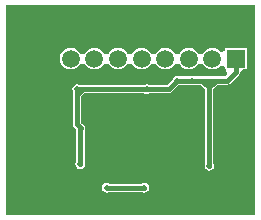
<source format=gbl>
G04*
G04 #@! TF.GenerationSoftware,Altium Limited,Altium Designer,20.0.13 (296)*
G04*
G04 Layer_Physical_Order=2*
G04 Layer_Color=16711680*
%FSLAX25Y25*%
%MOIN*%
G70*
G01*
G75*
%ADD14C,0.00800*%
%ADD25C,0.01500*%
%ADD26C,0.05906*%
%ADD27R,0.05906X0.05906*%
%ADD28C,0.01968*%
G36*
X487000Y226000D02*
X404000D01*
Y296000D01*
X487000D01*
Y226000D01*
D02*
G37*
%LPC*%
G36*
X472748Y281583D02*
X471821Y281461D01*
X470956Y281103D01*
X470214Y280534D01*
X469645Y279792D01*
X469623Y279739D01*
X467999D01*
X467977Y279792D01*
X467408Y280534D01*
X466666Y281103D01*
X465801Y281461D01*
X464874Y281583D01*
X463947Y281461D01*
X463082Y281103D01*
X462340Y280534D01*
X461771Y279792D01*
X461749Y279739D01*
X460125D01*
X460103Y279792D01*
X459534Y280534D01*
X458792Y281103D01*
X457928Y281461D01*
X457000Y281583D01*
X456073Y281461D01*
X455208Y281103D01*
X454466Y280534D01*
X453897Y279792D01*
X453875Y279739D01*
X452251D01*
X452229Y279792D01*
X451660Y280534D01*
X450918Y281103D01*
X450053Y281461D01*
X449126Y281583D01*
X448199Y281461D01*
X447334Y281103D01*
X446592Y280534D01*
X446023Y279792D01*
X446001Y279739D01*
X444377D01*
X444355Y279792D01*
X443786Y280534D01*
X443044Y281103D01*
X442179Y281461D01*
X441252Y281583D01*
X440324Y281461D01*
X439460Y281103D01*
X438718Y280534D01*
X438149Y279792D01*
X438127Y279739D01*
X436503D01*
X436481Y279792D01*
X435912Y280534D01*
X435170Y281103D01*
X434305Y281461D01*
X433378Y281583D01*
X432450Y281461D01*
X431586Y281103D01*
X430844Y280534D01*
X430275Y279792D01*
X430253Y279739D01*
X428629D01*
X428607Y279792D01*
X428038Y280534D01*
X427296Y281103D01*
X426431Y281461D01*
X425504Y281583D01*
X424577Y281461D01*
X423712Y281103D01*
X422970Y280534D01*
X422401Y279792D01*
X422043Y278927D01*
X421920Y278000D01*
X422043Y277073D01*
X422401Y276208D01*
X422970Y275466D01*
X423712Y274897D01*
X424577Y274539D01*
X425504Y274417D01*
X426431Y274539D01*
X427296Y274897D01*
X428038Y275466D01*
X428607Y276208D01*
X428629Y276261D01*
X430253D01*
X430275Y276208D01*
X430844Y275466D01*
X431586Y274897D01*
X432450Y274539D01*
X433378Y274417D01*
X434305Y274539D01*
X435170Y274897D01*
X435912Y275466D01*
X436481Y276208D01*
X436503Y276261D01*
X438127D01*
X438149Y276208D01*
X438718Y275466D01*
X439460Y274897D01*
X440324Y274539D01*
X441252Y274417D01*
X442179Y274539D01*
X443044Y274897D01*
X443786Y275466D01*
X444355Y276208D01*
X444377Y276261D01*
X446001D01*
X446023Y276208D01*
X446592Y275466D01*
X447334Y274897D01*
X448199Y274539D01*
X449126Y274417D01*
X450053Y274539D01*
X450918Y274897D01*
X451660Y275466D01*
X452229Y276208D01*
X452251Y276261D01*
X453875D01*
X453897Y276208D01*
X454466Y275466D01*
X455208Y274897D01*
X456073Y274539D01*
X457000Y274417D01*
X457928Y274539D01*
X458792Y274897D01*
X459534Y275466D01*
X460103Y276208D01*
X460125Y276261D01*
X461749D01*
X461771Y276208D01*
X462340Y275466D01*
X463082Y274897D01*
X463947Y274539D01*
X464874Y274417D01*
X465801Y274539D01*
X466666Y274897D01*
X467408Y275466D01*
X467977Y276208D01*
X467999Y276261D01*
X469623D01*
X469645Y276208D01*
X470214Y275466D01*
X470956Y274897D01*
X471821Y274539D01*
X472748Y274417D01*
X473675Y274539D01*
X474540Y274897D01*
X475282Y275466D01*
X475569Y275841D01*
X477069Y275399D01*
Y274447D01*
X477096D01*
X477694Y273078D01*
X476903Y272085D01*
X474000D01*
X474000Y272085D01*
X474000Y272085D01*
X466792D01*
X466618Y272201D01*
X466000Y272324D01*
X465382Y272201D01*
X465208Y272085D01*
X461792D01*
X461618Y272201D01*
X461000Y272324D01*
X460382Y272201D01*
X459858Y271851D01*
X459508Y271327D01*
X459467Y271122D01*
X457576Y269231D01*
X451646D01*
X451473Y269347D01*
X450854Y269470D01*
X450236Y269347D01*
X450063Y269231D01*
X428437D01*
X428264Y269347D01*
X427646Y269470D01*
X427028Y269347D01*
X426504Y268997D01*
X426153Y268473D01*
X426030Y267854D01*
X426153Y267236D01*
X426269Y267063D01*
Y266000D01*
Y256127D01*
X426374Y255600D01*
X426672Y255153D01*
X427227Y254599D01*
X427299Y254236D01*
X427342Y254172D01*
Y243755D01*
X427153Y243473D01*
X427030Y242854D01*
X427153Y242236D01*
X427503Y241712D01*
X428027Y241362D01*
X428646Y241239D01*
X429264Y241362D01*
X429788Y241712D01*
X430138Y242236D01*
X430261Y242854D01*
X430138Y243473D01*
X430095Y243537D01*
Y253954D01*
X430284Y254236D01*
X430407Y254854D01*
X430284Y255472D01*
X429934Y255996D01*
X429410Y256347D01*
X429363Y256356D01*
X429022Y256697D01*
Y265430D01*
X430070Y266478D01*
X450063D01*
X450236Y266362D01*
X450854Y266239D01*
X451473Y266362D01*
X451646Y266478D01*
X458146D01*
X458672Y266583D01*
X459119Y266881D01*
X461414Y269176D01*
X461618Y269216D01*
X461792Y269332D01*
X465208D01*
X465382Y269216D01*
X466000Y269093D01*
X466618Y269216D01*
X466792Y269332D01*
X468847D01*
X470332Y267847D01*
Y243146D01*
X470216Y242972D01*
X470093Y242354D01*
X470216Y241736D01*
X470567Y241212D01*
X471091Y240862D01*
X471709Y240739D01*
X472327Y240862D01*
X472851Y241212D01*
X473201Y241736D01*
X473324Y242354D01*
X473201Y242972D01*
X473085Y243146D01*
Y267847D01*
X474570Y269332D01*
X477709D01*
X478235Y269437D01*
X478682Y269735D01*
X481595Y272649D01*
X481894Y273095D01*
X481998Y273622D01*
X483114Y274447D01*
X484175D01*
Y281553D01*
X477069D01*
Y280601D01*
X475569Y280159D01*
X475282Y280534D01*
X474540Y281103D01*
X473675Y281461D01*
X472748Y281583D01*
D02*
G37*
G36*
X450000Y236615D02*
X449382Y236492D01*
X449208Y236377D01*
X438292D01*
X438118Y236492D01*
X437500Y236615D01*
X436882Y236492D01*
X436358Y236142D01*
X436008Y235618D01*
X435885Y235000D01*
X436008Y234382D01*
X436358Y233858D01*
X436882Y233508D01*
X437500Y233385D01*
X438118Y233508D01*
X438292Y233624D01*
X449208D01*
X449382Y233508D01*
X450000Y233385D01*
X450618Y233508D01*
X451142Y233858D01*
X451492Y234382D01*
X451615Y235000D01*
X451492Y235618D01*
X451142Y236142D01*
X450618Y236492D01*
X450000Y236615D01*
D02*
G37*
%LPD*%
D14*
X445143Y242016D02*
Y242357D01*
D25*
X469417Y270709D02*
X471854D01*
X469417D02*
X471709Y268417D01*
X466000Y270709D02*
X469417D01*
X471709Y268417D02*
Y270563D01*
X474000Y270709D02*
X477709D01*
X471854D02*
X474000D01*
X471709Y242354D02*
Y268417D01*
X474000Y270709D01*
X471709Y270563D02*
X471854Y270709D01*
X428646Y242854D02*
X428719Y242927D01*
Y254782D01*
X428791Y254854D01*
X437500Y235000D02*
X450000D01*
X429500Y267854D02*
X450854D01*
X427646D02*
X429500D01*
X427646Y266000D02*
Y267854D01*
Y256127D02*
Y266000D01*
X429500Y267854D01*
X427646Y256127D02*
X428791Y254981D01*
Y254854D02*
Y254981D01*
X480622Y273622D02*
Y278000D01*
X477709Y270709D02*
X480622Y273622D01*
X461000Y270709D02*
X466000D01*
X450854Y267854D02*
X458146D01*
X461000Y270709D01*
D26*
X464874Y278000D02*
D03*
X409756D02*
D03*
X417630D02*
D03*
X425504D02*
D03*
X433378D02*
D03*
X441252D02*
D03*
X449126D02*
D03*
X457000D02*
D03*
X472748D02*
D03*
D27*
X480622D02*
D03*
D28*
X454000Y252000D02*
D03*
X471709Y242354D02*
D03*
X446500Y247500D02*
D03*
X451500Y255500D02*
D03*
X461500Y248209D02*
D03*
X456500D02*
D03*
X437500Y235000D02*
D03*
X443146Y229146D02*
D03*
X428646Y242854D02*
D03*
X428791Y254854D02*
D03*
X466000Y270709D02*
D03*
X461000D02*
D03*
X450854Y267854D02*
D03*
X427646D02*
D03*
X445143Y242016D02*
D03*
X450000Y235000D02*
D03*
M02*

</source>
